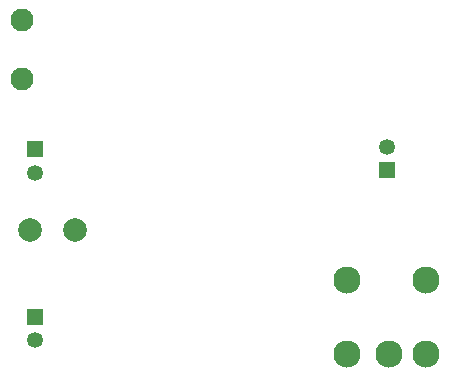
<source format=gbr>
%TF.GenerationSoftware,KiCad,Pcbnew,(5.1.8)-1*%
%TF.CreationDate,2021-02-07T14:07:47+00:00*%
%TF.ProjectId,Bat_Listner_JLCPCB,4261745f-4c69-4737-946e-65725f4a4c43,rev?*%
%TF.SameCoordinates,Original*%
%TF.FileFunction,Soldermask,Bot*%
%TF.FilePolarity,Negative*%
%FSLAX46Y46*%
G04 Gerber Fmt 4.6, Leading zero omitted, Abs format (unit mm)*
G04 Created by KiCad (PCBNEW (5.1.8)-1) date 2021-02-07 14:07:47*
%MOMM*%
%LPD*%
G01*
G04 APERTURE LIST*
%ADD10C,2.000000*%
%ADD11C,1.950000*%
%ADD12C,1.350000*%
%ADD13R,1.350000X1.350000*%
%ADD14C,2.300000*%
G04 APERTURE END LIST*
D10*
%TO.C,GND*%
X140970000Y-76835000D03*
%TD*%
%TO.C,BATT*%
X137160000Y-76835000D03*
%TD*%
D11*
%TO.C,IC3*%
X136525000Y-59095000D03*
X136525000Y-64095000D03*
%TD*%
D12*
%TO.C,J1*%
X137600000Y-72000000D03*
D13*
X137600000Y-70000000D03*
%TD*%
%TO.C,J2*%
X167400000Y-71800000D03*
D12*
X167400000Y-69800000D03*
%TD*%
D14*
%TO.C,J3*%
X164050000Y-87400000D03*
X170750000Y-87400000D03*
X167550000Y-87400000D03*
X164050000Y-81100000D03*
X170750000Y-81100000D03*
%TD*%
D13*
%TO.C,J4*%
X137600000Y-84200000D03*
D12*
X137600000Y-86200000D03*
%TD*%
M02*

</source>
